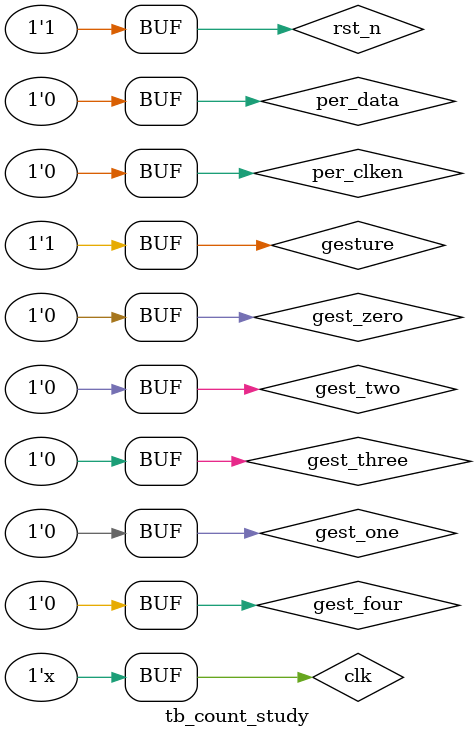
<source format=v>
`timescale 1ns / 1ps


module tb_count_study;   

// count_study Inputs
reg   clk                                  = 0 ;
reg   rst_n                                = 1 ;
reg   per_data                             = 0 ;
reg   per_clken                            = 0 ;
reg   gesture                              = 0 ;
reg   gest_zero                            = 0 ;
reg   gest_one                             = 0 ;
reg   gest_two                             = 0 ;
reg   gest_three                           = 0 ;
reg   gest_four                            = 0 ;

// count_study Outputs
wire  [7:0]  wx                            ;
wire  [6:0]  dx                            ;
wire  [6:0]  dx2                           ;


always #1 clk=~clk;


initial
begin
    rst_n  =  1;
    #2 
    rst_n=0;
    #2 
    rst_n=1;
    gesture=1;//开始学习
    #10 
    per_data=1;
    per_clken=1;
    #50
    per_data=0;
    #10
    per_clken=0;
    #10
    gest_four=1;
    #100
    gest_four=0;
end

 count_study u_count_study (
    .clk                     ( clk               ),
    .rst_n                   ( rst_n             ),
    .per_data                ( per_data          ),
    .per_clken               ( per_clken         ),
    .gesture                 ( gesture           ),
    .gest_zero               ( gest_zero         ),
    .gest_one                ( gest_one          ),
    .gest_two                ( gest_two          ),
    .gest_three              ( gest_three        ),
    .gest_four               ( gest_four         ),

    .wx                      ( wx          [7:0] ),
    .dx                      ( dx          [6:0] ),
    .dx2                     ( dx2         [6:0] )
);
endmodule

</source>
